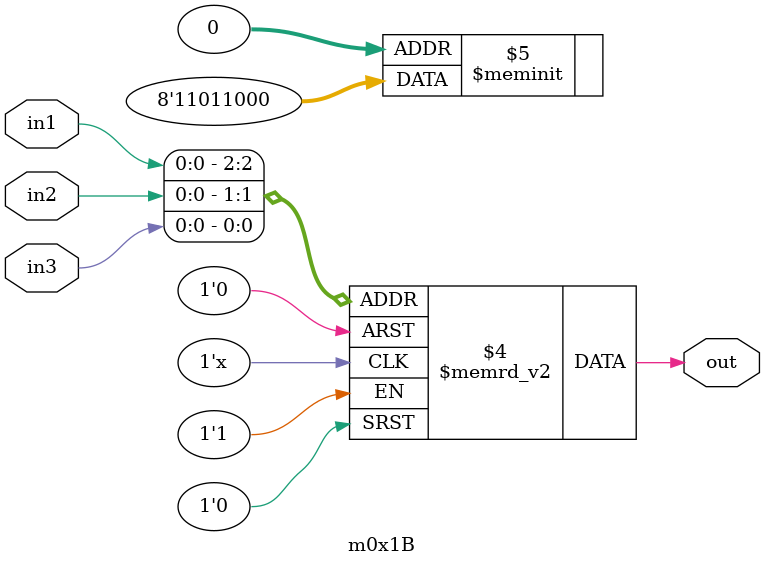
<source format=v>
module m0x1B(output out, input in1, in2, in3);

   always @(in1, in2, in3)
     begin
        case({in1, in2, in3})
          3'b000: {out} = 1'b0;
          3'b001: {out} = 1'b0;
          3'b010: {out} = 1'b0;
          3'b011: {out} = 1'b1;
          3'b100: {out} = 1'b1;
          3'b101: {out} = 1'b0;
          3'b110: {out} = 1'b1;
          3'b111: {out} = 1'b1;
        endcase // case ({in1, in2, in3})
     end // always @ (in1, in2, in3)

endmodule // m0x1B
</source>
